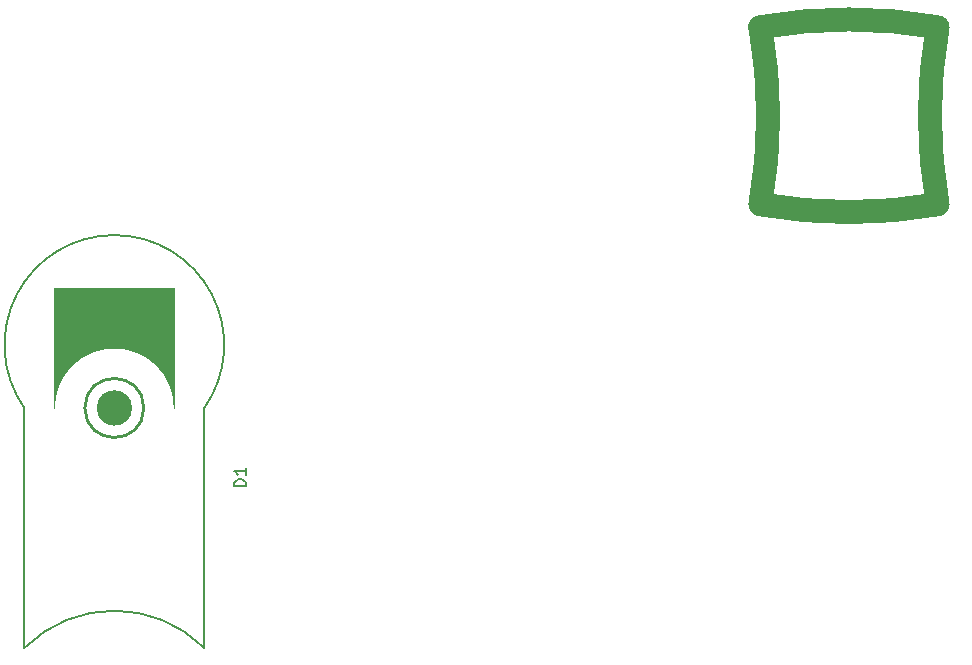
<source format=gbr>
G04 --- HEADER BEGIN --- *
G04 #@! TF.GenerationSoftware,LibrePCB,LibrePCB,0.1.2*
G04 #@! TF.CreationDate,2019-01-02T03:04:05*
G04 #@! TF.ProjectId,test_project,7c04f9d5-7366-4c4b-9e17-852ed57b3966,v1*
G04 #@! TF.Part,Single*
G04 #@! TF.SameCoordinates*
G04 #@! TF.FileFunction,Legend,Top*
G04 #@! TF.FilePolarity,Positive*
%FSLAX66Y66*%
%MOMM*%
G01*
G75*
G04 --- HEADER END --- *
G04 --- APERTURE LIST BEGIN --- *
%ADD10C,0.2*%
%ADD11C,0.0*%
%ADD12C,0.01*%
%ADD13C,0.254*%
%ADD14C,2.0*%
%AMROTATEDOBROUND15*1,1,1.47,0.110266,-0.625352*1,1,1.47,-0.110266,0.625352*20,1,1.47,0.110266,-0.625352,-0.110266,0.625352,0*%
%ADD15ROTATEDOBROUND15*%
%AMROTATEDRECT16*20,1,1.47,-1.37,0.0,1.37,0.0,120.0*%
%ADD16ROTATEDRECT16*%
%AMROTATEDOCTAGON17*4,1,8,1.1,0.248528,0.748528,0.6,-0.748528,0.6,-1.1,0.248528,-1.1,-0.248528,-0.748528,-0.6,0.748528,-0.6,1.1,-0.248528,1.1,0.248528,100.0*%
%ADD17ROTATEDOCTAGON17*%
%AMROTATEDOBROUND18*1,1,1.47,0.317499,-0.549926*1,1,1.47,-0.317499,0.549926*20,1,1.47,0.317499,-0.549926,-0.317499,0.549926,0*%
%ADD18ROTATEDOBROUND18*%
%AMROTATEDOCTAGON19*4,1,8,1.6,0.455635,0.955635,1.1,-0.955635,1.1,-1.6,0.455635,-1.6,-0.455635,-0.955635,-1.1,0.955635,-1.1,1.6,-0.455635,1.6,0.455635,50.0*%
%ADD19ROTATEDOCTAGON19*%
%AMROTATEDOBROUND20*1,1,1.47,-0.596704,-0.217182*1,1,1.47,0.596704,0.217182*20,1,1.47,-0.596704,-0.217182,0.596704,0.217182,0*%
%ADD20ROTATEDOBROUND20*%
%ADD21R,2.74X1.47*%
%AMROTATEDOCTAGON22*4,1,8,1.1,0.248528,0.748528,0.6,-0.748528,0.6,-1.1,0.248528,-1.1,-0.248528,-0.748528,-0.6,0.748528,-0.6,1.1,-0.248528,1.1,0.248528,20.0*%
%ADD22ROTATEDOCTAGON22*%
%ADD23R,2.2X1.2*%
%ADD24O,2.74X1.47*%
%AMROTATEDOCTAGON25*4,1,8,1.6,0.455635,0.955635,1.1,-0.955635,1.1,-1.6,0.455635,-1.6,-0.455635,-0.955635,-1.1,0.955635,-1.1,1.6,-0.455635,1.6,0.455635,70.0*%
%ADD25ROTATEDOCTAGON25*%
%ADD26O,1.2X2.2*%
%ADD27R,2.2X2.2*%
%AMROTATEDOCTAGON28*4,1,8,1.1,0.455635,0.455635,1.1,-0.455635,1.1,-1.1,0.455635,-1.1,-0.455635,-0.455635,-1.1,0.455635,-1.1,1.1,-0.455635,1.1,0.455635,0.0*%
%ADD28ROTATEDOCTAGON28*%
%ADD29C,2.2*%
G04 --- APERTURE LIST END --- *
G04 --- BOARD BEGIN --- *
D10*
G04 #@! TO.C,D1*
X1920000Y26440000D02*
G03*
X-13320000Y26440000I-7620000J-7620000D01*
G01*
X-13320000Y46760000D01*
G02*
X1920000Y46760000I7620000J5335581D01*
G01*
X1920000Y26440000D01*
D11*
X-620000Y46760000D02*
G03*
X-10780000Y46760000I-5080000J0D01*
G01*
X-10780000Y56920000D01*
X-620000Y56920000D01*
X-620000Y46760000D01*
D12*
G36*
X-620000Y46760000D02*
G03*
X-10780000Y46760000I-5080000J0D01*
G01*
X-10780000Y56920000D01*
X-620000Y56920000D01*
X-620000Y46760000D01*
G37*
G36*
X-4200000Y46760000D02*
G02*
X-7200000Y46760000I-1500000J0D01*
G01*
G02*
X-4200000Y46760000I1500000J0D01*
G01*
G37*
D13*
X-3200000Y46760000D02*
G02*
X-8200000Y46760000I-2500000J0D01*
G01*
G02*
X-3200000Y46760000I2500000J0D01*
G01*
D14*
G04 #@! TD*
X49000000Y79000000D02*
X49000000Y79000000D01*
G02*
X64000000Y79000000I7500000J-42534614D01*
G01*
G03*
X64000000Y64000000I42534614J-7500000D01*
G01*
G02*
X49000000Y64000000I-7500000J42534614D01*
G01*
G03*
X49000000Y79000000I-42534614J7500000D01*
G01*
D10*
G04 #@! TO.C,D1*
X5460000Y40137778D02*
X4460000Y40137778D01*
X4460000Y40375556D01*
X4507778Y40518889D01*
X4603333Y40614445D01*
X4697778Y40661111D01*
X4888889Y40708889D01*
X5031111Y40708889D01*
X5222222Y40661111D01*
X5316667Y40614445D01*
X5412222Y40518889D01*
X5460000Y40375556D01*
X5460000Y40137778D01*
X5460000Y41680000D02*
X5460000Y41108889D01*
X5460000Y41394445D02*
X4460000Y41394445D01*
X4603333Y41298889D01*
X4697778Y41204445D01*
X4745556Y41108889D01*
%LPC*%
D15*
G04 #@! TO.C,D2*
X60012660Y41970886D03*
D16*
X55613251Y39430886D03*
D17*
X65092660Y33172068D03*
D18*
X53413546Y38160886D03*
D19*
X57812955Y40700886D03*
D20*
G04 #@! TO.C,D1*
X-620000Y39140000D03*
D21*
X-620000Y34060000D03*
D22*
X-10780000Y36600000D03*
D23*
X-10780000Y31520000D03*
D24*
X-620000Y31520000D03*
D25*
X-620000Y36600000D03*
D26*
X-10780000Y34060000D03*
D27*
G04 #@! TD*
X16000000Y46000000D03*
D28*
X20000000Y46000000D03*
D29*
X12000000Y46000000D03*
G04 --- BOARD END --- *

M02*

</source>
